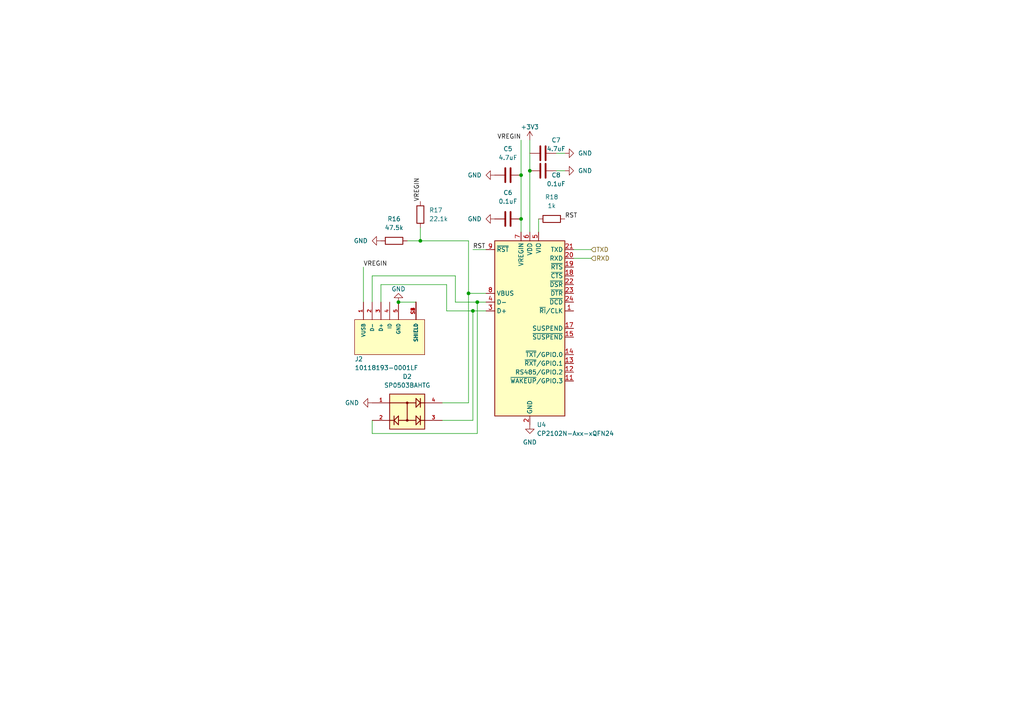
<source format=kicad_sch>
(kicad_sch (version 20211123) (generator eeschema)
  (paper "A4")
  (lib_symbols
    (symbol "10118193-0001LF:10118193-0001LF" (pin_names (offset 1.016))
      (property "Reference" "J" (at -5.0817 10.9286 0))
      (property "Value" "10118193-0001LF" (at -5.0819 -12.7097 0))
      (symbol "10118193-0001LF_0_0"
        (rectangle (start -5.08 -10.16) (end 5.08 10.16) (stroke (width 0.1524)) (fill (type background)))
        (pin passive line (at -10.16 7.62 0) (length 5.08) (name "VUSB") (number "1"))
        (pin passive line (at -10.16 5.08 0) (length 5.08) (name "D-") (number "2"))
        (pin passive line (at -10.16 2.54 0) (length 5.08) (name "D+") (number "3"))
        (pin passive line (at -10.16 0 0) (length 5.08) (name "ID") (number "4"))
        (pin passive line (at -10.16 -2.54 0) (length 5.08) (name "GND") (number "5"))
        (pin passive line (at -10.16 -7.62 0) (length 5.08) (name "SHIELD") (number "S1"))
        (pin passive line (at -10.16 -7.62 0) (length 5.08) (name "SHIELD") (number "S2"))
        (pin passive line (at -10.16 -7.62 0) (length 5.08) (name "SHIELD") (number "S3"))
        (pin passive line (at -10.16 -7.62 0) (length 5.08) (name "SHIELD") (number "S4"))
        (pin passive line (at -10.16 -7.62 0) (length 5.08) (name "SHIELD") (number "S5"))
        (pin passive line (at -10.16 -7.62 0) (length 5.08) (name "SHIELD") (number "S6"))
      )
    )
    (symbol "Device:C" (pin_numbers hide) (pin_names (offset 0.254))
      (property "Reference" "C" (at 0.635 2.54 0))
      (property "Value" "C" (at 0.635 -2.54 0))
      (symbol "C_0_1"
        (polyline (pts (xy -2.032 -0.762) (xy 2.032 -0.762)) (stroke (width 0.508)))
        (polyline (pts (xy -2.032 0.762) (xy 2.032 0.762)) (stroke (width 0.508)))
      )
      (symbol "C_1_1"
        (pin passive line (at 0 3.81 270) (length 2.794) (name "~") (number "1"))
        (pin passive line (at 0 -3.81 90) (length 2.794) (name "~") (number "2"))
      )
    )
    (symbol "Device:R" (pin_numbers hide) (pin_names (offset 0))
      (property "Reference" "R" (at 2.032 0 90))
      (property "Value" "R" (at 0 0 90))
      (symbol "R_0_1"
        (rectangle (start -1.016 -2.54) (end 1.016 2.54) (stroke (width 0.254)))
      )
      (symbol "R_1_1"
        (pin passive line (at 0 3.81 270) (length 1.27) (name "~") (number "1"))
        (pin passive line (at 0 -3.81 90) (length 1.27) (name "~") (number "2"))
      )
    )
    (symbol "Interface_USB:CP2102N-Axx-xQFN24"
      (property "Reference" "U" (at -8.89 26.67 0))
      (property "Value" "CP2102N-Axx-xQFN24" (at 13.97 26.67 0))
      (symbol "CP2102N-Axx-xQFN24_0_1"
        (rectangle (start -10.16 25.4) (end 10.16 -25.4) (stroke (width 0.254)) (fill (type background)))
      )
      (symbol "CP2102N-Axx-xQFN24_1_1"
        (pin bidirectional line (at 12.7 5.08 180) (length 2.54) (name "~{RI}/CLK") (number "1"))
        (pin no_connect line (at -10.16 -22.86 0) (length 2.54) hide (name "NC") (number "10"))
        (pin bidirectional line (at 12.7 -15.24 180) (length 2.54) (name "~{WAKEUP}/GPIO.3") (number "11"))
        (pin bidirectional line (at 12.7 -12.7 180) (length 2.54) (name "RS485/GPIO.2") (number "12"))
        (pin bidirectional line (at 12.7 -10.16 180) (length 2.54) (name "~{RXT}/GPIO.1") (number "13"))
        (pin bidirectional line (at 12.7 -7.62 180) (length 2.54) (name "~{TXT}/GPIO.0") (number "14"))
        (pin output line (at 12.7 -2.54 180) (length 2.54) (name "~{SUSPEND}") (number "15"))
        (pin no_connect line (at 10.16 -22.86 180) (length 2.54) hide (name "NC") (number "16"))
        (pin output line (at 12.7 0 180) (length 2.54) (name "SUSPEND") (number "17"))
        (pin input line (at 12.7 15.24 180) (length 2.54) (name "~{CTS}") (number "18"))
        (pin output line (at 12.7 17.78 180) (length 2.54) (name "~{RTS}") (number "19"))
        (pin power_in line (at 0 -27.94 90) (length 2.54) (name "GND") (number "2"))
        (pin input line (at 12.7 20.32 180) (length 2.54) (name "RXD") (number "20"))
        (pin output line (at 12.7 22.86 180) (length 2.54) (name "TXD") (number "21"))
        (pin input line (at 12.7 12.7 180) (length 2.54) (name "~{DSR}") (number "22"))
        (pin output line (at 12.7 10.16 180) (length 2.54) (name "~{DTR}") (number "23"))
        (pin input line (at 12.7 7.62 180) (length 2.54) (name "~{DCD}") (number "24"))
        (pin passive line (at 0 -27.94 90) (length 2.54) hide (name "GND") (number "25"))
        (pin bidirectional line (at -12.7 5.08 0) (length 2.54) (name "D+") (number "3"))
        (pin bidirectional line (at -12.7 7.62 0) (length 2.54) (name "D-") (number "4"))
        (pin power_in line (at 2.54 27.94 270) (length 2.54) (name "VIO") (number "5"))
        (pin power_in line (at 0 27.94 270) (length 2.54) (name "VDD") (number "6"))
        (pin power_in line (at -2.54 27.94 270) (length 2.54) (name "VREGIN") (number "7"))
        (pin input line (at -12.7 10.16 0) (length 2.54) (name "VBUS") (number "8"))
        (pin input line (at -12.7 22.86 0) (length 2.54) (name "~{RST}") (number "9"))
      )
    )
    (symbol "SP0503BAHTG:SP0503BAHTG" (pin_names (offset 1.016) hide)
      (property "Reference" "D" (at -5.4102 5.6134 0))
      (property "Value" "SP0503BAHTG" (at -5.6134 -7.493 0))
      (symbol "SP0503BAHTG_0_0"
        (rectangle (start -5.08 -5.08) (end 5.08 5.08) (stroke (width 0.254)) (fill (type background)))
        (circle (center 0 -2.54) (radius 0.254) (stroke (width 0.254)))
        (polyline (pts (xy -5.08 -2.54) (xy -3.81 -2.54)) (stroke (width 0.254)))
        (polyline (pts (xy -5.08 2.54) (xy 0 2.54)) (stroke (width 0.254)))
        (polyline (pts (xy -3.81 -2.54) (xy -3.81 -3.81)) (stroke (width 0.254)))
        (polyline (pts (xy -3.81 -2.54) (xy -3.81 -1.27)) (stroke (width 0.254)))
        (polyline (pts (xy -3.81 -2.54) (xy -2.54 -1.27)) (stroke (width 0.254)))
        (polyline (pts (xy -2.54 -3.81) (xy -3.81 -2.54)) (stroke (width 0.254)))
        (polyline (pts (xy -2.54 -2.54) (xy -2.54 -3.81)) (stroke (width 0.254)))
        (polyline (pts (xy -2.54 -2.54) (xy 0 -2.54)) (stroke (width 0.254)))
        (polyline (pts (xy -2.54 -1.27) (xy -2.54 -2.54)) (stroke (width 0.254)))
        (polyline (pts (xy 0 -2.54) (xy 0 2.54)) (stroke (width 0.254)))
        (polyline (pts (xy 0 -2.54) (xy 2.54 -2.54)) (stroke (width 0.254)))
        (polyline (pts (xy 0 2.54) (xy 2.54 2.54)) (stroke (width 0.254)))
        (polyline (pts (xy 2.54 -3.81) (xy 3.81 -2.54)) (stroke (width 0.254)))
        (polyline (pts (xy 2.54 -2.54) (xy 2.54 -3.81)) (stroke (width 0.254)))
        (polyline (pts (xy 2.54 -2.54) (xy 2.54 -1.27)) (stroke (width 0.254)))
        (polyline (pts (xy 2.54 1.27) (xy 3.81 2.54)) (stroke (width 0.254)))
        (polyline (pts (xy 2.54 2.54) (xy 2.54 1.27)) (stroke (width 0.254)))
        (polyline (pts (xy 2.54 2.54) (xy 2.54 3.81)) (stroke (width 0.254)))
        (polyline (pts (xy 3.81 -2.54) (xy 2.54 -1.27)) (stroke (width 0.254)))
        (polyline (pts (xy 3.81 -2.54) (xy 3.81 -3.81)) (stroke (width 0.254)))
        (polyline (pts (xy 3.81 -2.54) (xy 5.08 -2.54)) (stroke (width 0.254)))
        (polyline (pts (xy 3.81 -1.27) (xy 3.81 -2.54)) (stroke (width 0.254)))
        (polyline (pts (xy 3.81 2.54) (xy 2.54 3.81)) (stroke (width 0.254)))
        (polyline (pts (xy 3.81 2.54) (xy 3.81 1.27)) (stroke (width 0.254)))
        (polyline (pts (xy 3.81 2.54) (xy 5.08 2.54)) (stroke (width 0.254)))
        (polyline (pts (xy 3.81 3.81) (xy 3.81 2.54)) (stroke (width 0.254)))
        (circle (center 0 2.54) (radius 0.254) (stroke (width 0.254)))
        (pin passive line (at -10.16 2.54 0) (length 5.08) (name "~") (number "1"))
        (pin passive line (at -10.16 -2.54 0) (length 5.08) (name "~") (number "2"))
        (pin passive line (at 10.16 -2.54 180) (length 5.08) (name "~") (number "3"))
        (pin passive line (at 10.16 2.54 180) (length 5.08) (name "~") (number "4"))
      )
    )
    (symbol "power:+3.3V" (power) (pin_names (offset 0))
      (property "Value" "+3.3V" (at 0 3.556 0))
      (symbol "+3.3V_0_1"
        (polyline (pts (xy -0.762 1.27) (xy 0 2.54)))
        (polyline (pts (xy 0 0) (xy 0 2.54)))
        (polyline (pts (xy 0 2.54) (xy 0.762 1.27)))
      )
      (symbol "+3.3V_1_1"
        (pin power_in line (at 0 0 90) (length 0) hide (name "+3V3") (number "1"))
      )
    )
    (symbol "power:GND" (power) (pin_names (offset 0))
      (property "Value" "GND" (at 0 -3.81 0))
      (symbol "GND_0_1"
        (polyline (pts (xy 0 0) (xy 0 -1.27) (xy 1.27 -1.27) (xy 0 -2.54) (xy -1.27 -1.27) (xy 0 -1.27)))
      )
      (symbol "GND_1_1"
        (pin power_in line (at 0 0 270) (length 0) hide (name "GND") (number "1"))
      )
    )
  )
  (junction (at 135.89 85.09))
  (junction (at 121.92 69.85))
  (junction (at 151.13 50.8))
  (junction (at 153.67 49.53))
  (junction (at 115.57 87.63))
  (junction (at 137.16 90.17))
  (junction (at 138.43 87.63))
  (junction (at 151.13 63.5))
  (wire (pts (xy 135.89 69.85) (xy 121.92 69.85)))
  (wire (pts (xy 137.16 90.17) (xy 129.54 90.17)))
  (wire (pts (xy 171.45 74.93) (xy 166.37 74.93)))
  (wire (pts (xy 105.41 77.47) (xy 105.41 87.63)))
  (wire (pts (xy 135.89 116.84) (xy 128.27 116.84)))
  (wire (pts (xy 137.16 72.39) (xy 140.97 72.39)))
  (wire (pts (xy 137.16 90.17) (xy 137.16 121.92)))
  (wire (pts (xy 161.29 44.45) (xy 163.83 44.45)))
  (wire (pts (xy 132.08 87.63) (xy 138.43 87.63)))
  (wire (pts (xy 153.67 49.53) (xy 153.67 40.64)))
  (wire (pts (xy 151.13 50.8) (xy 151.13 63.5)))
  (wire (pts (xy 135.89 85.09) (xy 135.89 69.85)))
  (wire (pts (xy 132.08 87.63) (xy 132.08 80.01)))
  (wire (pts (xy 132.08 80.01) (xy 107.95 80.01)))
  (wire (pts (xy 110.49 82.55) (xy 110.49 87.63)))
  (wire (pts (xy 140.97 85.09) (xy 135.89 85.09)))
  (wire (pts (xy 151.13 40.64) (xy 151.13 50.8)))
  (wire (pts (xy 121.92 66.04) (xy 121.92 69.85)))
  (wire (pts (xy 171.45 72.39) (xy 166.37 72.39)))
  (wire (pts (xy 115.57 87.63) (xy 120.65 87.63)))
  (wire (pts (xy 140.97 90.17) (xy 137.16 90.17)))
  (wire (pts (xy 137.16 121.92) (xy 128.27 121.92)))
  (wire (pts (xy 129.54 82.55) (xy 110.49 82.55)))
  (wire (pts (xy 118.11 69.85) (xy 121.92 69.85)))
  (wire (pts (xy 138.43 87.63) (xy 138.43 125.73)))
  (wire (pts (xy 151.13 63.5) (xy 151.13 67.31)))
  (wire (pts (xy 138.43 125.73) (xy 107.95 125.73)))
  (wire (pts (xy 153.67 67.31) (xy 153.67 49.53)))
  (wire (pts (xy 129.54 90.17) (xy 129.54 82.55)))
  (wire (pts (xy 135.89 85.09) (xy 135.89 116.84)))
  (wire (pts (xy 107.95 125.73) (xy 107.95 121.92)))
  (wire (pts (xy 138.43 87.63) (xy 140.97 87.63)))
  (wire (pts (xy 156.21 63.5) (xy 156.21 67.31)))
  (wire (pts (xy 161.29 49.53) (xy 163.83 49.53)))
  (wire (pts (xy 107.95 80.01) (xy 107.95 87.63)))
  (label "RST" (at 163.83 63.5 0))
  (label "VREGIN" (at 105.41 77.47 0))
  (label "RST" (at 137.16 72.39 0))
  (label "VREGIN" (at 151.13 40.64 180))
  (label "VREGIN" (at 121.92 58.42 90))
  (hierarchical_label "RXD" (shape input) (at 171.45 74.93 0))
  (hierarchical_label "TXD" (shape input) (at 171.45 72.39 0))
  (symbol (lib_id "Device:C") (at 147.32 50.8 90)
    (property "Reference" "C5" (at 147.32 43.18 90))
    (property "Value" "4.7uF" (at 147.32 45.72 90))
  )
  (symbol (lib_id "Device:R") (at 160.02 63.5 270)
    (property "Reference" "R18" (at 160.02 57.15 90))
    (property "Value" "1k" (at 160.02 59.69 90))
  )
  (symbol (lib_id "power:GND") (at 143.51 50.8 270)
    (property "Reference" "#PWR0128" (effects hide))
    (property "Value" "GND" (at 139.7 50.7999 90) (effects (justify right)))
  )
  (symbol (lib_id "power:GND") (at 115.57 87.63 0) (mirror x)
    (property "Reference" "#PWR0126" (effects hide))
    (property "Value" "GND" (at 115.57 83.82 0))
  )
  (symbol (lib_id "Device:R") (at 121.92 62.23 0)
    (property "Reference" "R17" (at 124.46 60.9599 0) (effects (justify left)))
    (property "Value" "22.1k" (at 124.46 63.4999 0) (effects (justify left)))
  )
  (symbol (lib_id "power:GND") (at 110.49 69.85 270)
    (property "Reference" "#PWR0127" (effects hide))
    (property "Value" "GND" (at 106.68 69.8499 90) (effects (justify right)))
  )
  (symbol (lib_id "power:GND") (at 163.83 44.45 90)
    (property "Reference" "#PWR0132" (effects hide))
    (property "Value" "GND" (at 167.64 44.4499 90) (effects (justify right)))
  )
  (symbol (lib_id "Device:C") (at 157.48 49.53 270)
    (property "Reference" "C8" (at 161.29 50.8 90))
    (property "Value" "0.1uF" (at 161.29 53.34 90))
  )
  (symbol (lib_id "power:+3.3V") (at 153.67 40.64 0)
    (property "Reference" "#PWR0130" (effects hide))
    (property "Value" "+3.3V" (at 153.67 36.83 0))
  )
  (symbol (lib_id "Device:C") (at 147.32 63.5 90)
    (property "Reference" "C6" (at 147.32 55.88 90))
    (property "Value" "0.1uF" (at 147.32 58.42 90))
  )
  (symbol (lib_id "power:GND") (at 163.83 49.53 90)
    (property "Reference" "#PWR0131" (effects hide))
    (property "Value" "GND" (at 167.64 49.5299 90) (effects (justify right)))
  )
  (symbol (lib_id "SP0503BAHTG:SP0503BAHTG") (at 118.11 119.38 0)
    (property "Reference" "D2" (at 118.11 109.22 0))
    (property "Value" "SP0503BAHTG" (at 118.11 111.76 0))
    (property "Footprint" "SOT143" (effects hide))
    (property "DESCRIPTION" "TVS DIODE 5.5VWM 8.5VC SOT143" (effects hide))
    (property "AVAILABILITY" "Good" (effects hide))
    (property "MP" "SP0503BAHTG" (effects hide))
    (property "PARTREV" "N/A" (effects hide))
    (property "PRICE" "0.46 USD" (effects hide))
    (property "STANDARD" "IPC-7351B" (effects hide))
    (property "PACKAGE" "SOT-143 Littelfuse" (effects hide))
    (property "MF" "Littelfuse" (effects hide))
  )
  (symbol (lib_id "power:GND") (at 143.51 63.5 270)
    (property "Reference" "#PWR0129" (effects hide))
    (property "Value" "GND" (at 139.7 63.4999 90) (effects (justify right)))
  )
  (symbol (lib_id "Interface_USB:CP2102N-Axx-xQFN24") (at 153.67 95.25 0)
    (property "Reference" "U4" (at 155.6894 123.19 0) (effects (justify left)))
    (property "Value" "CP2102N-Axx-xQFN24" (at 155.6894 125.73 0) (effects (justify left)))
    (property "Footprint" "Package_DFN_QFN:QFN-24-1EP_4x4mm_P0.5mm_EP2.6x2.6mm" (effects hide))
    (property "Datasheet" "https://www.silabs.com/documents/public/data-sheets/cp2102n-datasheet.pdf" (effects hide))
  )
  (symbol (lib_id "power:GND") (at 153.67 123.19 0)
    (property "Reference" "#PWR0125" (effects hide))
    (property "Value" "GND" (at 153.67 128.27 0))
  )
  (symbol (lib_id "Device:R") (at 114.3 69.85 270)
    (property "Reference" "R16" (at 114.3 63.5 90))
    (property "Value" "47.5k" (at 114.3 66.04 90))
  )
  (symbol (lib_id "Device:C") (at 157.48 44.45 270)
    (property "Reference" "C7" (at 161.29 40.64 90))
    (property "Value" "4.7uF" (at 161.29 43.18 90))
  )
  (symbol (lib_id "10118193-0001LF:10118193-0001LF") (at 113.03 97.79 90) (mirror x)
    (property "Reference" "J2" (at 102.87 104.14 90) (effects (justify right)))
    (property "Value" "10118193-0001LF" (at 102.87 106.68 90) (effects (justify right)))
    (property "Footprint" "FCI_10118193-0001LF" (effects hide))
    (property "MF" "Amphenol FCI" (effects hide))
    (property "DESCRIPTION" "Single Port 5 Contact Shielded SMT MICRO USB B-Type Receptacle" (effects hide))
    (property "PACKAGE" "None" (effects hide))
    (property "MP" "10118193-0001LF" (effects hide))
    (property "PRICE" "None" (effects hide))
    (property "AVAILABILITY" "Unavailable" (effects hide))
  )
  (symbol (lib_id "power:GND") (at 107.95 116.84 270)
    (property "Reference" "#PWR0124" (effects hide))
    (property "Value" "GND" (at 104.14 116.8399 90) (effects (justify right)))
  )
)
</source>
